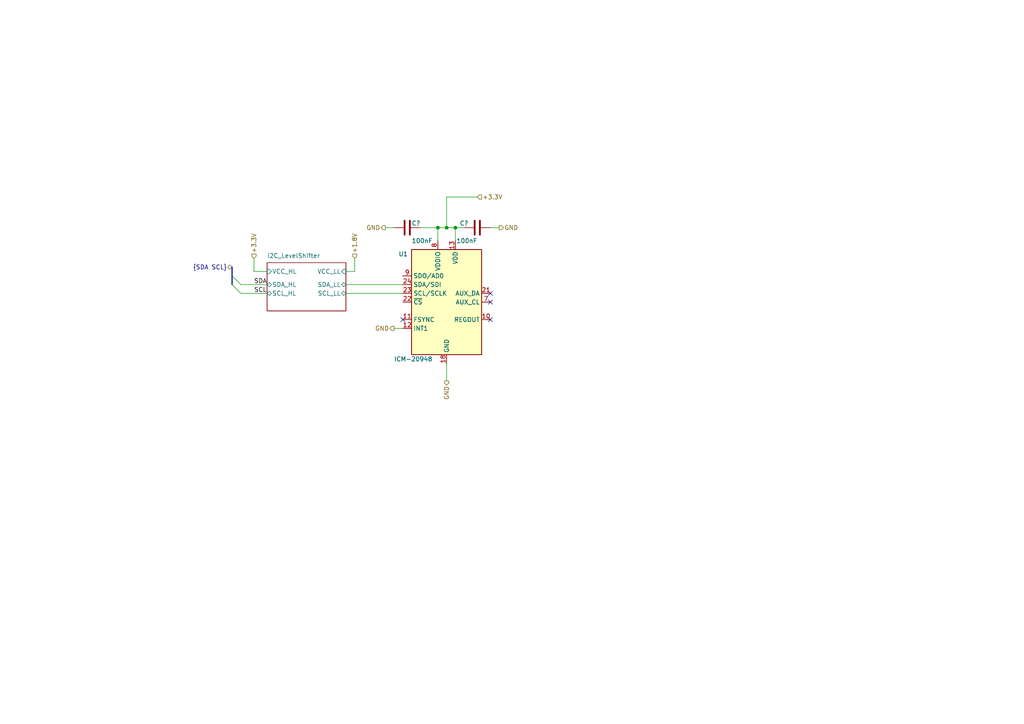
<source format=kicad_sch>
(kicad_sch (version 20230121) (generator eeschema)
  (paper "A4")
  (lib_symbols
    (symbol "Device:C" (pin_numbers hide) (pin_names (offset 0.254))
      (property "Reference" "C" (at 0.635 2.54 0))
      (property "Value" "C" (at 0.635 -2.54 0))
      (symbol "C_0_1"
        (polyline (pts (xy -2.032 -0.762) (xy 2.032 -0.762)) (stroke (width 0.508)))
        (polyline (pts (xy -2.032 0.762) (xy 2.032 0.762)) (stroke (width 0.508)))
      )
      (symbol "C_1_1"
        (pin passive line (at 0 3.81 270) (length 2.794) (name "~") (number "1"))
        (pin passive line (at 0 -3.81 90) (length 2.794) (name "~") (number "2"))
      )
    )
    (symbol "Sensor_Motion:ICM-20948"
      (property "Reference" "U" (at -11.43 16.51 0))
      (property "Value" "ICM-20948" (at 7.62 -16.51 0))
      (symbol "ICM-20948_0_1"
        (rectangle (start -10.16 15.24) (end 10.16 -15.24) (stroke (width 0.254)) (fill (type background)))
      )
      (symbol "ICM-20948_1_1"
        (pin no_connect line (at -10.16 12.7 0) (length 2.54) hide (name "NC") (number "1"))
        (pin passive line (at 12.7 -5.08 180) (length 2.54) (name "REGOUT") (number "10"))
        (pin input line (at -12.7 -5.08 0) (length 2.54) (name "FSYNC") (number "11"))
        (pin output line (at -12.7 -7.62 0) (length 2.54) (name "INT1") (number "12"))
        (pin power_in line (at 2.54 17.78 270) (length 2.54) (name "VDD") (number "13"))
        (pin no_connect line (at 10.16 7.62 180) (length 2.54) hide (name "NC") (number "14"))
        (pin no_connect line (at 10.16 5.08 180) (length 2.54) hide (name "NC") (number "15"))
        (pin no_connect line (at 10.16 -7.62 180) (length 2.54) hide (name "NC") (number "16"))
        (pin no_connect line (at 10.16 -10.16 180) (length 2.54) hide (name "NC") (number "17"))
        (pin power_in line (at 0 -17.78 90) (length 2.54) (name "GND") (number "18"))
        (pin no_connect line (at 10.16 -12.7 180) (length 2.54) hide (name "RESV") (number "19"))
        (pin no_connect line (at -10.16 10.16 0) (length 2.54) hide (name "NC") (number "2"))
        (pin passive line (at 0 -17.78 90) (length 2.54) hide (name "GND") (number "20"))
        (pin bidirectional line (at 12.7 2.54 180) (length 2.54) (name "AUX_DA") (number "21"))
        (pin input line (at -12.7 0 0) (length 2.54) (name "~{CS}") (number "22"))
        (pin input line (at -12.7 2.54 0) (length 2.54) (name "SCL/SCLK") (number "23"))
        (pin bidirectional line (at -12.7 5.08 0) (length 2.54) (name "SDA/SDI") (number "24"))
        (pin no_connect line (at -10.16 -2.54 0) (length 2.54) hide (name "NC") (number "3"))
        (pin no_connect line (at -10.16 -10.16 0) (length 2.54) hide (name "NC") (number "4"))
        (pin no_connect line (at -10.16 -12.7 0) (length 2.54) hide (name "NC") (number "5"))
        (pin no_connect line (at 10.16 10.16 180) (length 2.54) hide (name "NC") (number "6"))
        (pin output line (at 12.7 0 180) (length 2.54) (name "AUX_CL") (number "7"))
        (pin power_in line (at -2.54 17.78 270) (length 2.54) (name "VDDIO") (number "8"))
        (pin bidirectional line (at -12.7 7.62 0) (length 2.54) (name "SDO/AD0") (number "9"))
      )
    )
  )
  (junction (at 127 66.04))
  (junction (at 132.08 66.04))
  (junction (at 129.54 66.04))
  (no_connect (at 142.24 85.09))
  (no_connect (at 142.24 92.71))
  (no_connect (at 142.24 87.63))
  (no_connect (at 116.84 92.71))
  (bus_entry (at 67.31 82.55) (size 2.54 2.54))
  (bus_entry (at 67.31 80.01) (size 2.54 2.54))
  (wire (pts (xy 77.47 78.74) (xy 73.66 78.74)))
  (wire (pts (xy 102.87 74.93) (xy 102.87 78.74)))
  (wire (pts (xy 132.08 66.04) (xy 134.62 66.04)))
  (wire (pts (xy 100.33 82.55) (xy 116.84 82.55)))
  (wire (pts (xy 102.87 78.74) (xy 100.33 78.74)))
  (wire (pts (xy 114.3 95.25) (xy 116.84 95.25)))
  (wire (pts (xy 132.08 66.04) (xy 132.08 69.85)))
  (wire (pts (xy 121.92 66.04) (xy 127 66.04)))
  (wire (pts (xy 129.54 66.04) (xy 132.08 66.04)))
  (wire (pts (xy 100.33 85.09) (xy 116.84 85.09)))
  (wire (pts (xy 114.3 66.04) (xy 111.76 66.04)))
  (wire (pts (xy 129.54 105.41) (xy 129.54 110.49)))
  (wire (pts (xy 73.66 78.74) (xy 73.66 74.93)))
  (bus (pts (xy 67.31 77.47) (xy 67.31 80.01)))
  (wire (pts (xy 127 66.04) (xy 129.54 66.04)))
  (wire (pts (xy 138.43 57.15) (xy 129.54 57.15)))
  (wire (pts (xy 69.85 82.55) (xy 77.47 82.55)))
  (wire (pts (xy 127 69.85) (xy 127 66.04)))
  (wire (pts (xy 69.85 85.09) (xy 77.47 85.09)))
  (wire (pts (xy 129.54 57.15) (xy 129.54 66.04)))
  (wire (pts (xy 142.24 66.04) (xy 144.78 66.04)))
  (bus (pts (xy 67.31 80.01) (xy 67.31 82.55)))
  (label "SCL" (at 73.66 85.09 0))
  (label "SDA" (at 73.66 82.55 0))
  (hierarchical_label "GND" (shape output) (at 144.78 66.04 0))
  (hierarchical_label "+3.3V" (shape input) (at 138.43 57.15 0))
  (hierarchical_label "+3.3V" (shape input) (at 73.66 74.93 90))
  (hierarchical_label "GND" (shape output) (at 114.3 95.25 180))
  (hierarchical_label "GND" (shape output) (at 111.76 66.04 180))
  (hierarchical_label "+1.8V" (shape input) (at 102.87 74.93 90))
  (hierarchical_label "{SDA SCL}" (shape bidirectional) (at 67.31 77.47 180))
  (hierarchical_label "GND" (shape output) (at 129.54 110.49 270))
  (symbol (lib_id "Sensor_Motion:ICM-20948") (at 129.54 87.63 0) (unit 1)
    (property "Reference" "U1" (at 115.57 73.66 0) (effects (justify left)))
    (property "Value" "ICM-20948" (at 114.3 104.14 0) (effects (justify left)))
    (property "Footprint" "Sensor_Motion:InvenSense_QFN-24_3x3mm_P0.4mm" (effects hide))
    (property "Datasheet" "http://www.invensense.com/wp-content/uploads/2016/06/DS-000189-ICM-20948-v1.3.pdf" (effects hide))
    (instances (project "PCB" (path "" (reference "U1") (unit 1)) (path "" (reference "U5") (unit 1))))
  )
  (symbol (lib_id "Device:C") (at 118.11 66.04 270) (unit 1)
    (property "Reference" "C?" (at 119.38 64.77 90) (effects (justify left)))
    (property "Value" "100nF" (at 119.38 69.85 90) (effects (justify left)))
    (property "Footprint" "Capacitor_SMD:C_0402_1005Metric" (effects hide))
    (instances (project "PCB" (path "" (reference "C?") (unit 1)) (path "" (reference "C2") (unit 1)) (path "" (reference "C12") (unit 1)) (path "" (reference "C10") (unit 1))))
  )
  (symbol (lib_id "Device:C") (at 138.43 66.04 90) (unit 1)
    (property "Reference" "C?" (at 135.89 64.77 90) (effects (justify left)))
    (property "Value" "100nF" (at 138.43 69.85 90) (effects (justify left)))
    (property "Footprint" "Capacitor_SMD:C_0402_1005Metric" (effects hide))
    (instances (project "PCB" (path "" (reference "C?") (unit 1)) (path "" (reference "C2") (unit 1)) (path "" (reference "C12") (unit 1)) (path "" (reference "C12") (unit 1))))
  )
  (sheet (at 77.47 76.2) (size 22.86 13.97) (stroke (width 0.1524))
    (property "Sheetname" "I2C_LevelShifter" (at 77.47 74.93 0) (effects (justify left bottom)))
    (property "Sheetfile" "LevelShifter.kicad_sch" (effects hide))
    (pin "VCC_HL" input (at 77.47 78.74 180))
    (pin "VCC_LL" input (at 100.33 78.74 0))
    (pin "SDA_LL" bidirectional (at 100.33 82.55 0))
    (pin "SCL_LL" bidirectional (at 100.33 85.09 0))
    (pin "SCL_HL" bidirectional (at 77.47 85.09 180))
    (pin "SDA_HL" bidirectional (at 77.47 82.55 180))
  )
)
</source>
